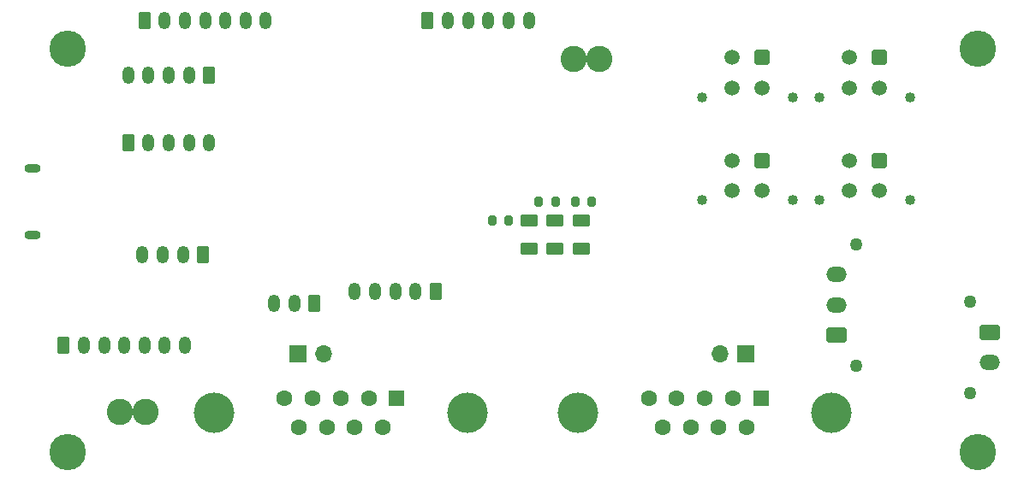
<source format=gbr>
%TF.GenerationSoftware,KiCad,Pcbnew,9.0.0*%
%TF.CreationDate,2025-05-15T11:56:12+12:00*%
%TF.ProjectId,Servo_Board,53657276-6f5f-4426-9f61-72642e6b6963,A*%
%TF.SameCoordinates,Original*%
%TF.FileFunction,Soldermask,Bot*%
%TF.FilePolarity,Negative*%
%FSLAX46Y46*%
G04 Gerber Fmt 4.6, Leading zero omitted, Abs format (unit mm)*
G04 Created by KiCad (PCBNEW 9.0.0) date 2025-05-15 11:56:12*
%MOMM*%
%LPD*%
G01*
G04 APERTURE LIST*
G04 Aperture macros list*
%AMRoundRect*
0 Rectangle with rounded corners*
0 $1 Rounding radius*
0 $2 $3 $4 $5 $6 $7 $8 $9 X,Y pos of 4 corners*
0 Add a 4 corners polygon primitive as box body*
4,1,4,$2,$3,$4,$5,$6,$7,$8,$9,$2,$3,0*
0 Add four circle primitives for the rounded corners*
1,1,$1+$1,$2,$3*
1,1,$1+$1,$4,$5*
1,1,$1+$1,$6,$7*
1,1,$1+$1,$8,$9*
0 Add four rect primitives between the rounded corners*
20,1,$1+$1,$2,$3,$4,$5,0*
20,1,$1+$1,$4,$5,$6,$7,0*
20,1,$1+$1,$6,$7,$8,$9,0*
20,1,$1+$1,$8,$9,$2,$3,0*%
G04 Aperture macros list end*
%ADD10C,2.600000*%
%ADD11C,3.600000*%
%ADD12RoundRect,0.250000X0.350000X0.625000X-0.350000X0.625000X-0.350000X-0.625000X0.350000X-0.625000X0*%
%ADD13O,1.200000X1.750000*%
%ADD14RoundRect,0.250000X-0.350000X-0.625000X0.350000X-0.625000X0.350000X0.625000X-0.350000X0.625000X0*%
%ADD15R,1.700000X1.700000*%
%ADD16O,1.700000X1.700000*%
%ADD17O,1.600000X0.900000*%
%ADD18RoundRect,0.250000X0.625000X-0.375000X0.625000X0.375000X-0.625000X0.375000X-0.625000X-0.375000X0*%
%ADD19C,1.020000*%
%ADD20RoundRect,0.250001X0.499999X0.499999X-0.499999X0.499999X-0.499999X-0.499999X0.499999X-0.499999X0*%
%ADD21C,1.500000*%
%ADD22RoundRect,0.200000X0.200000X0.275000X-0.200000X0.275000X-0.200000X-0.275000X0.200000X-0.275000X0*%
%ADD23C,1.270000*%
%ADD24RoundRect,0.250001X0.759999X-0.499999X0.759999X0.499999X-0.759999X0.499999X-0.759999X-0.499999X0*%
%ADD25O,2.020000X1.500000*%
%ADD26C,4.000000*%
%ADD27R,1.600000X1.600000*%
%ADD28C,1.600000*%
%ADD29RoundRect,0.200000X-0.200000X-0.275000X0.200000X-0.275000X0.200000X0.275000X-0.200000X0.275000X0*%
%ADD30RoundRect,0.250001X-0.759999X0.499999X-0.759999X-0.499999X0.759999X-0.499999X0.759999X0.499999X0*%
G04 APERTURE END LIST*
D10*
%TO.C,TP20*%
X155000000Y-81000000D03*
X157540000Y-81000000D03*
%TD*%
%TO.C,TP19*%
X110130000Y-116000000D03*
X112670000Y-116000000D03*
%TD*%
D11*
%TO.C,H4*%
X195000000Y-120000000D03*
%TD*%
D12*
%TO.C,J1*%
X118400000Y-100400000D03*
D13*
X116400000Y-100400000D03*
X114400000Y-100400000D03*
X112400000Y-100400000D03*
%TD*%
D14*
%TO.C,J18*%
X112600000Y-77200000D03*
D13*
X114600000Y-77200000D03*
X116600000Y-77200000D03*
X118600000Y-77200000D03*
X120600000Y-77200000D03*
X122600000Y-77200000D03*
X124600000Y-77200000D03*
%TD*%
D15*
%TO.C,J10*%
X127800000Y-110200000D03*
D16*
X130340000Y-110200000D03*
%TD*%
D14*
%TO.C,J8*%
X140600000Y-77250000D03*
D13*
X142600000Y-77250000D03*
X144600000Y-77250000D03*
X146600000Y-77250000D03*
X148600000Y-77250000D03*
X150600000Y-77250000D03*
%TD*%
D11*
%TO.C,H3*%
X105000000Y-120000000D03*
%TD*%
D15*
%TO.C,J9*%
X172075000Y-110200000D03*
D16*
X169535000Y-110200000D03*
%TD*%
D11*
%TO.C,H2*%
X195000000Y-80000000D03*
%TD*%
D12*
%TO.C,J2*%
X129400000Y-105200000D03*
D13*
X127400000Y-105200000D03*
X125400000Y-105200000D03*
%TD*%
D17*
%TO.C,J4*%
X101525000Y-91900000D03*
X101525000Y-98500000D03*
%TD*%
D11*
%TO.C,H1*%
X105000000Y-80000000D03*
%TD*%
D18*
%TO.C,D2*%
X153200000Y-99800000D03*
X153200000Y-97000000D03*
%TD*%
D19*
%TO.C,J17*%
X176700000Y-84820000D03*
X167700000Y-84820000D03*
D20*
X173700000Y-80880000D03*
D21*
X170700000Y-80880000D03*
X173700000Y-83880000D03*
X170700000Y-83880000D03*
%TD*%
D18*
%TO.C,D1*%
X155800000Y-99800000D03*
X155800000Y-97000000D03*
%TD*%
D19*
%TO.C,J16*%
X188300000Y-84820000D03*
X179300000Y-84820000D03*
D20*
X185300000Y-80880000D03*
D21*
X182300000Y-80880000D03*
X185300000Y-83880000D03*
X182300000Y-83880000D03*
%TD*%
D22*
%TO.C,R1*%
X156825000Y-95200000D03*
X155175000Y-95200000D03*
%TD*%
D23*
%TO.C,J19*%
X182960000Y-111400000D03*
X182960000Y-99400000D03*
D24*
X181000000Y-108400000D03*
D25*
X181000000Y-105400000D03*
X181000000Y-102400000D03*
%TD*%
D26*
%TO.C,J12*%
X144500000Y-116094669D03*
X119500000Y-116094669D03*
D27*
X137540000Y-114674669D03*
D28*
X134770000Y-114674669D03*
X132000000Y-114674669D03*
X129230000Y-114674669D03*
X126460000Y-114674669D03*
X136155000Y-117514669D03*
X133385000Y-117514669D03*
X130615000Y-117514669D03*
X127845000Y-117514669D03*
%TD*%
D14*
%TO.C,J5*%
X111000000Y-89350000D03*
D13*
X113000000Y-89350000D03*
X115000000Y-89350000D03*
X117000000Y-89350000D03*
X119000000Y-89350000D03*
%TD*%
D18*
%TO.C,D3*%
X150600000Y-99800000D03*
X150600000Y-97000000D03*
%TD*%
D19*
%TO.C,J15*%
X176700000Y-95020000D03*
X167700000Y-95020000D03*
D20*
X173700000Y-91080000D03*
D21*
X170700000Y-91080000D03*
X173700000Y-94080000D03*
X170700000Y-94080000D03*
%TD*%
D14*
%TO.C,J3*%
X104600000Y-109400000D03*
D13*
X106600000Y-109400000D03*
X108600000Y-109400000D03*
X110600000Y-109400000D03*
X112600000Y-109400000D03*
X114600000Y-109400000D03*
X116600000Y-109400000D03*
%TD*%
D26*
%TO.C,J6*%
X180500000Y-116094669D03*
X155500000Y-116094669D03*
D27*
X173540000Y-114674669D03*
D28*
X170770000Y-114674669D03*
X168000000Y-114674669D03*
X165230000Y-114674669D03*
X162460000Y-114674669D03*
X172155000Y-117514669D03*
X169385000Y-117514669D03*
X166615000Y-117514669D03*
X163845000Y-117514669D03*
%TD*%
D12*
%TO.C,J7*%
X141400000Y-104050000D03*
D13*
X139400000Y-104050000D03*
X137400000Y-104050000D03*
X135400000Y-104050000D03*
X133400000Y-104050000D03*
%TD*%
D29*
%TO.C,R3*%
X146975000Y-97000000D03*
X148625000Y-97000000D03*
%TD*%
%TO.C,R2*%
X151575000Y-95200000D03*
X153225000Y-95200000D03*
%TD*%
D12*
%TO.C,J11*%
X119000000Y-82600000D03*
D13*
X117000000Y-82600000D03*
X115000000Y-82600000D03*
X113000000Y-82600000D03*
X111000000Y-82600000D03*
%TD*%
D19*
%TO.C,J14*%
X188300000Y-95020000D03*
X179300000Y-95020000D03*
D20*
X185300000Y-91080000D03*
D21*
X182300000Y-91080000D03*
X185300000Y-94080000D03*
X182300000Y-94080000D03*
%TD*%
D23*
%TO.C,SW1*%
X194225000Y-105100000D03*
X194225000Y-114100000D03*
D30*
X196185000Y-108100000D03*
D25*
X196185000Y-111100000D03*
%TD*%
M02*

</source>
